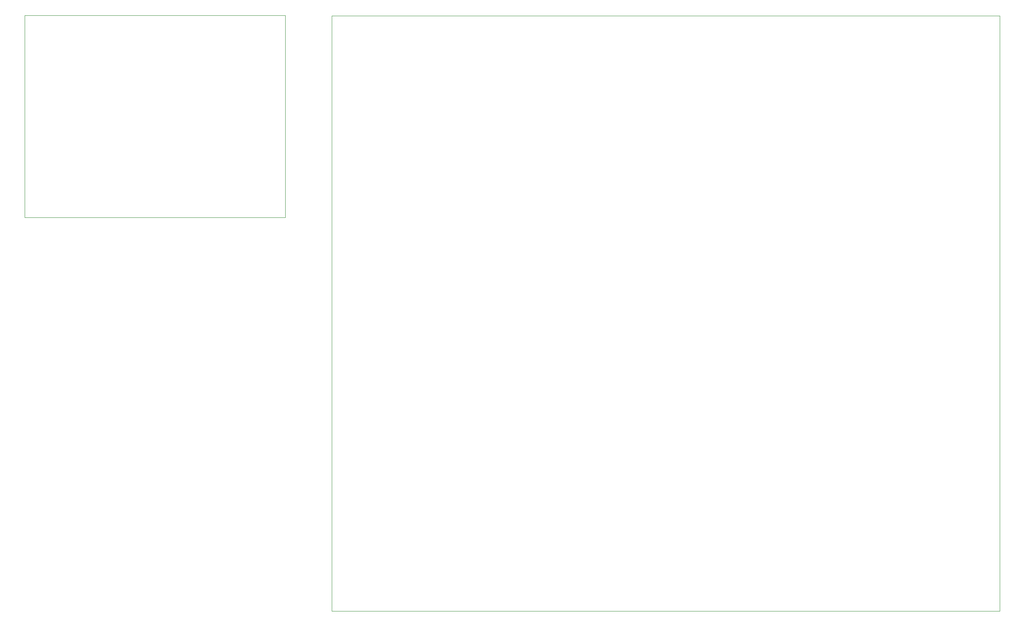
<source format=gbr>
G04 PROTEUS GERBER X2 FILE*
%TF.GenerationSoftware,Labcenter,Proteus,8.15-SP1-Build34318*%
%TF.CreationDate,2023-09-22T11:42:13+00:00*%
%TF.FileFunction,NonPlated,1,2,NPTH*%
%TF.FilePolarity,Positive*%
%TF.Part,Single*%
%TF.SameCoordinates,{8a78c1d3-1a7b-4f14-8512-878e163c9550}*%
%FSLAX45Y45*%
%MOMM*%
G01*
%TA.AperFunction,Profile*%
%ADD22C,0.101600*%
%TD.AperFunction*%
D22*
X-5943980Y-3673980D02*
X+8033980Y-3673980D01*
X+8033980Y+8793980D01*
X-5943980Y+8793980D01*
X-5943980Y-3673980D01*
X-12367920Y+4567920D02*
X-6917920Y+4567920D01*
X-6917920Y+8803760D01*
X-12367920Y+8803760D01*
X-12367920Y+4567920D01*
M02*

</source>
